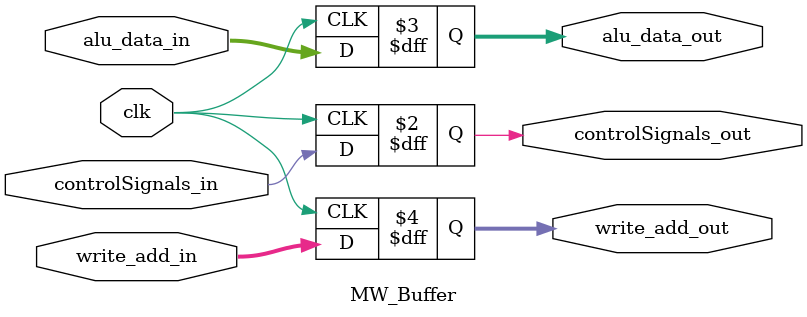
<source format=v>
module MW_Buffer (controlSignals_in,alu_data_in,write_add_in,clk,controlSignals_out,alu_data_out,write_add_out);
input controlSignals_in;
input [15:0]alu_data_in;
input [2:0] write_add_in;

input clk;

output reg controlSignals_out;
output reg [15:0]alu_data_out;
output reg [2:0]write_add_out;

always @(posedge clk)
begin
controlSignals_out=controlSignals_in;
alu_data_out=alu_data_in;
write_add_out=write_add_in;
end
endmodule
</source>
